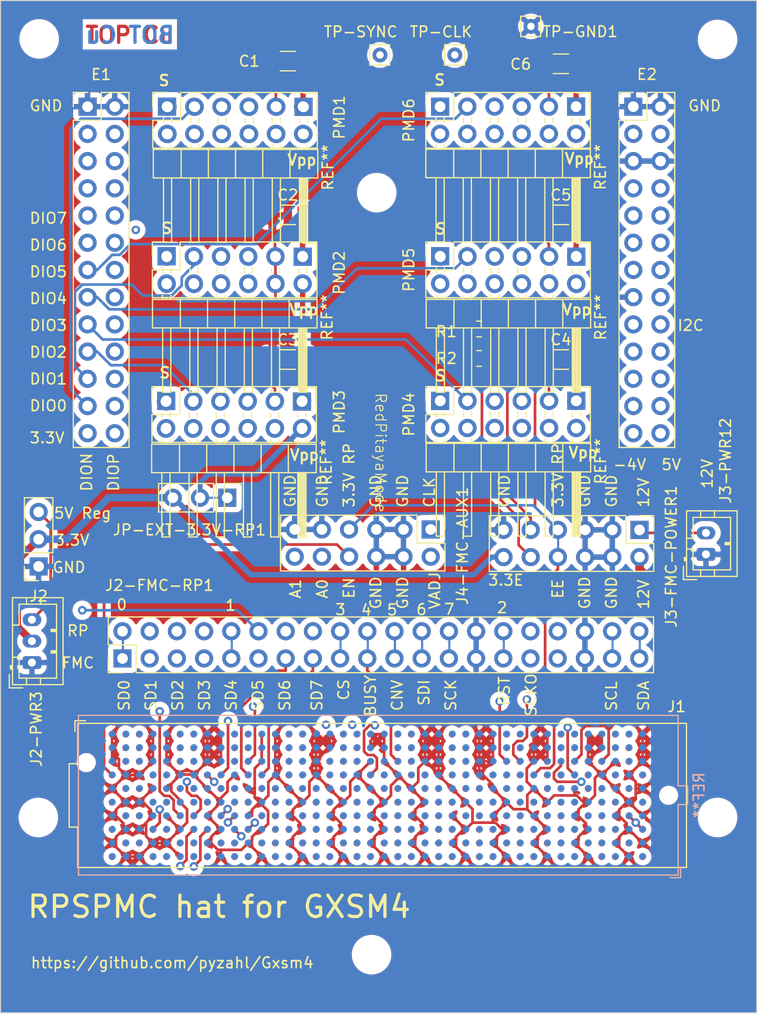
<source format=kicad_pcb>
(kicad_pcb (version 20240108) (generator "pcbnew") (generator_version "8.0")
  (layers (0 "F.Cu" signal) (1 "In1.Cu" signal) (2 "In2.Cu" signal) (31 "B.Cu" signal) (34 "B.Paste" user) (35 "F.Paste" user) (36 "B.SilkS" user "B.Silkscreen") (37 "F.SilkS" user "F.Silkscreen") (38 "B.Mask" user) (39 "F.Mask" user) (44 "Edge.Cuts" user))
  (net 0 "")
  (net 5 "SCLK PMOD")
  (net 6 "SCK FMC")
  (net 7 "SYNC PMOD")
  (net 9 "CS FMC")
  (net 10 "SDI5 PMOD")
  (net 21 "SDI FMC")
  (net 23 "SDI4 PMOD")
  (net 24 "CNV FMC")
  (net 26 "SDI3 PMOD")
  (net 27 "SDI2 PMOD")
  (net 28 "SDI1 PMOD")
  (net 29 "SDO4 FMC")
  (net 30 "SDI0 PMOD")
  (net 31 "SDO0 FMC")
  (net 64 "GND")
  (net 65 "BUSY FMC")
  (net 71 "+3.3V")
  (net 75 "EN")
  (net 80 "RESET FMC")
  (net 83 "SDO6 FMC")
  (net 84 "SDO7 FMC")
  (net 95 "SCK OUT FMC")
  (net 170 "SDO2 FMC")
  (net 171 "SDO3 FMC")
  (net 191 "CLK-ADC")
  (net 193 "SDO1 FMC")
  (net 194 "SDO5 FMC")
  (net 260 "5V USB")
  (net 261 "SDO0 PMOD")
  (net 263 "SDO1 PMOD")
  (net 268 "SCL EE")
  (net 269 "SDA EE")
  (net 270 "A0 EE")
  (net 271 "+12V FMC")
  (net 272 "AUX 3.3V EE")
  (net 273 "A1 EE")
  (net 274 "VADJ")
  (net 280 "SDO2 PMOD")
  (net 287 "SDO3 PMOD")
  (net 291 "SDO4 PMOD")
  (net 294 "SDO5 PMOD")
  (net 297 "RP 3.3V")
  (net 298 "D5P RP")
  (net 299 "D6P RP")
  (net 300 "D1P RP")
  (net 301 "D4P RP")
  (net 302 "D0P RP")
  (net 303 "D7P RP")
  (net 304 "D3P RP")
  (net 305 "D2P RP")
  (net 306 "RP -4V")
  (net 307 "RP 5V")
  (net 313 "SPI CLK RP")
  (net 314 "UART RX RP")
  (net 315 "SPI CS RP")
  (net 316 "MISO RP")
  (net 317 "UART TX RP")
  (net 318 "I2C SDA RP")
  (net 319 "I2C SCL RP")
  (net 320 "MOSI RP")
  (net 322 "EXT 3.3V DAC")
  (footprint "Resistor_SMD:R_0805_2012Metric" (layer "F.Cu") (at 158.4825 107.335)
    (property "Reference" "R2")
    (property "Value" "1k")
  )
  (footprint "Connector_PinHeader_2.54mm:PinHeader_2x13_P2.54mm_Vertical" (layer "F.Cu") (at 172.875 83.835)
    (property "Reference" "E2")
    (property "Value" "Conn_02x13_Odd_Even" (hide yes))
  )
  (footprint "MountingHole:MountingHole_3.2mm_M3" (layer "F.Cu") (at 180.7414 77.5612)
    (property "Reference" "MH4" (hide yes))
    (property "Value" "MountingHole_3.2mm_M3" (hide yes))
  )
  (footprint "Connector_PinHeader_2.54mm:PinHeader_2x06_P2.54mm_Horizontal" (layer "F.Cu") (at 167.5588 97.8446 -90)
    (property "Reference" "REF**")
    (property "Value" "PinHeader_2x06_P2.54mm_Horizontal")
  )
  (footprint "Connector_PinSocket_2.54mm:PinSocket_2x06_P2.54mm_Vertical" (layer "F.Cu") (at 154.835 97.795 90)
    (property "Reference" "PMD5")
    (property "Value" "Conn_02x06" (hide yes))
  )
  (footprint "Capacitor_SMD:C_1206_3216Metric_Pad1.33x1.80mm_HandSolder" (layer "F.Cu") (at 166.115 93.935)
    (property "Reference" "C5")
    (property "Value" "C")
  )
  (footprint "Capacitor_SMD:C_1206_3216Metric_Pad1.33x1.80mm_HandSolder" (layer "F.Cu") (at 166.115 107.435)
    (property "Reference" "C4")
    (property "Value" "C")
  )
  (footprint "MountingHole:MountingHole_3.2mm_M3" (layer "F.Cu") (at 180.7414 150.1798)
    (property "Reference" "MH3" (hide yes))
    (property "Value" "MountingHole_3.2mm_M3" (hide yes))
  )
  (footprint "Connector_PinSocket_2.54mm:PinSocket_2x06_P2.54mm_Vertical" (layer "F.Cu") (at 129.255 111.295 90)
    (property "Reference" "PMD3")
    (property "Value" "Conn_02x06" (hide yes))
  )
  (footprint "Capacitor_SMD:C_1206_3216Metric_Pad1.33x1.80mm_HandSolder" (layer "F.Cu") (at 140.615 79.585)
    (property "Reference" "C1")
    (property "Value" "C")
  )
  (footprint "Connector_PinSocket_2.54mm:PinSocket_2x06_P2.54mm_Vertical" (layer "F.Cu") (at 154.835 83.835 90)
    (property "Reference" "PMD6")
    (property "Value" "Conn_02x06" (hide yes))
  )
  (footprint "Connector_PinHeader_2.54mm:PinHeader_2x06_P2.54mm_Horizontal" (layer "F.Cu") (at 167.5588 111.2812 -90)
    (property "Reference" "REF**")
    (property "Value" "PinHeader_2x06_P2.54mm_Horizontal")
  )
  (footprint "Connector_PinHeader_2.54mm:PinHeader_2x06_P2.54mm_Horizontal" (layer "F.Cu") (at 142.0064 97.8446 -90)
    (property "Reference" "REF**")
    (property "Value" "PinHeader_2x06_P2.54mm_Horizontal")
  )
  (footprint "Models:RP" (layer "F.Cu") (at 148.7882 116.3978 -90)
    (property "Reference" "RedPitayaModel")
    (property "Value" "RP")
  )
  (footprint "Connector_PinSocket_2.54mm:PinSocket_1x03_P2.54mm_Vertical" (layer "F.Cu") (at 117.3434 126.746 180)
    (property "Reference" "J2")
    (property "Value" "Conn_01x03_Socket")
  )
  (footprint "Connector_PinHeader_2.54mm:PinHeader_2x06_P2.54mm_Vertical" (layer "F.Cu") (at 153.955 123.295 -90)
    (property "Reference" "J4-FMC-AUX1")
    (property "Value" "Conn_02x06_Odd_Even" (hide yes))
  )
  (footprint "Connector_PinHeader_2.54mm:PinHeader_1x03_P2.54mm_Vertical" (layer "F.Cu") (at 134.955 120.335 -90)
    (property "Reference" "JP-EXT-3.3V-RP1")
    (property "Value" "Jumper_3_Bridged12" (hide yes))
  )
  (footprint "Connector_PinSocket_2.54mm:PinSocket_2x06_P2.54mm_Vertical" (layer "F.Cu") (at 154.835 111.295 90)
    (property "Reference" "PMD4")
    (property "Value" "Conn_02x06_Top_Bottom" (hide yes))
  )
  (footprint "Connector_PinHeader_2.54mm:PinHeader_2x06_P2.54mm_Vertical" (layer "F.Cu") (at 173.455 123.335 -90)
    (property "Reference" "J3-FMC-POWER1")
    (property "Value" "Conn_02x06_Odd_Even" (hide yes))
  )
  (footprint "Connector_JST:JST_PH_B3B-PH-K_1x03_P2.00mm_Vertical" (layer "F.Cu") (at 116.7168 135.7206 90)
    (property "Reference" "J2-PWR3")
    (property "Value" "Conn_01x03_Pin" (hide yes))
  )
  (footprint "Connector_PinHeader_2.54mm:PinHeader_2x06_P2.54mm_Horizontal" (layer "F.Cu") (at 141.9302 111.3574 -90)
    (property "Reference" "REF**")
    (property "Value" "PinHeader_2x06_P2.54mm_Horizontal")
  )
  (footprint "MountingHole:MountingHole_3.2mm_M3" (layer "F.Cu") (at 117.3938 77.5104)
    (property "Reference" "MH6" (hide yes))
    (property "Value" "MountingHole_3.2mm_M3" (hide yes))
  )
  (footprint "Connector_PinHeader_2.54mm:PinHeader_2x06_P2.54mm_Horizontal" (layer "F.Cu") (at 167.5334 83.8238 -90)
    (property "Reference" "REF**")
    (property "Value" "PinHeader_2x06_P2.54mm_Horizontal")
  )
  (footprint "Resistor_SMD:R_0805_2012Metric" (layer "F.Cu") (at 158.4825 104.585)
    (property "Reference" "R1")
    (property "Value" "1k")
  )
  (footprint "Connector_PinHeader_2.54mm:PinHeader_2x13_P2.54mm_Vertical" (layer "F.Cu") (at 121.915 83.835)
    (property "Reference" "E1")
    (property "Value" "Conn_02x13_Odd_Even" (hide yes))
  )
  (footprint "Capacitor_SMD:C_1206_3216Metric_Pad1.33x1.80mm_HandSolder" (layer "F.Cu") (at 140.615 107.435)
    (property "Reference" "C3")
    (property "Value" "C")
  )
  (footprint "MountingHole:MountingHole_3.2mm_M3" (layer "F.Cu") (at 117.3176 150.1798)
    (property "Reference" "MH1" (hide yes))
    (property "Value" "MountingHole_3.2mm_M3" (hide yes))
  )
  (footprint "Connector_Samtec:Samtec_FMC_ASP-134486-01_10x40_P1.27mm_Vertical" (layer "F.Cu") (at 148.97 148.12)
    (property "Reference" "J1")
    (property "Value" "Samtec_ASP-134486-01")
  )
  (footprint "Connector_PinHeader_2.54mm:PinHeader_2x06_P2.54mm_Horizontal" (layer "F.Cu") (at 142.0826 83.8492 -90)
    (property "Reference" "REF**")
    (property "Value" "PinHeader_2x06_P2.54mm_Horizontal")
  )
  (footprint "Connector_PinSocket_2.54mm:PinSocket_2x06_P2.54mm_Vertical" (layer "F.Cu") (at 129.335 83.835 90)
    (property "Reference" "PMD1")
    (property "Value" "Conn_02x06_Top_Bottom" (hide yes))
  )
  (footprint "Connector_JST:JST_PH_B2B-PH-K_1x02_P2.00mm_Vertical" (layer "F.Cu") (at 179.658 125.618 90)
    (property "Reference" "J3-PWR12")
    (property "Value" "Conn_01x02_Pin" (hide yes))
  )
  (footprint "Capacitor_SMD:C_1206_3216Metric_Pad1.33x1.80mm_HandSolder" (layer "F.Cu") (at 140.615 93.935)
    (property "Reference" "C2")
    (property "Value" "C")
  )
  (footprint "Connector_PinHeader_2.54mm:PinHeader_2x20_P2.54mm_Vertical" (layer "F.Cu") (at 125.175 135.335 90)
    (property "Reference" "J2-FMC-RP1")
    (property "Value" "Conn_02x20" (hide yes))
  )
  (footprint "Connector_PinSocket_2.54mm:PinSocket_2x06_P2.54mm_Vertical" (layer "F.Cu") (at 129.295 97.795 90)
    (property "Reference" "PMD2")
    (property "Value" "Conn_02x06_Top_Bottom" (hide yes))
  )
  (footprint "MountingHole:MountingHole_3.2mm_M3" (layer "F.Cu") (at 148.4326 162.9814)
    (property "Reference" "MH2" (hide yes))
    (property "Value" "MountingHole_3.2mm_M3" (hide yes))
  )
  (footprint "MountingHole:MountingHole_3.2mm_M3" (layer "F.Cu") (at 148.915 91.8614)
    (property "Reference" "MH5" (hide yes))
    (property "Value" "MountingHole_3.2mm_M3" (hide yes))
  )
  (footprint "Connector_Pin:Pin_D0.7mm_L6.5mm_W1.8mm_FlatFork" (layer "F.Cu") (at 149.22 79.009)
    (property "Reference" "TP-SYNC")
    (property "Value" "TestPoint" (hide yes))
  )
  (footprint "Connector_Pin:Pin_D0.7mm_L6.5mm_W1.8mm_FlatFork" (layer "F.Cu") (at 156.205 79.009)
    (property "Reference" "TP-CLK")
    (property "Value" "TestPoint" (hide yes))
  )
  (footprint "Connector_Pin:Pin_D0.7mm_L6.5mm_W1.8mm_FlatFork" (layer "F.Cu") (at 163.317 76.342)
    (property "Reference" "TP-GND1")
    (property "Value" "TestPoint" (hide yes))
  )
  (footprint "Capacitor_SMD:C_1206_3216Metric_Pad1.33x1.80mm_HandSolder" (layer "F.Cu") (at 166.115 79.835)
    (property "Reference" "C6")
    (property "Value" "C")
  )
  (footprint "Connector_Samtec:Samtec_FMC_ASP-134602-01_10x40_P1.27mm_Vertical" (layer "B.Cu") (at 148.9914 148.097 90)
    (property "Reference" "REF**")
    (property "Value" "Samtec_FMC_ASP-134602-01_10x40_P1.27mm_Vertical")
  )
  (gr_line (start 160.777 133.365) (end 160.777 134.635) (stroke (width 0.2)) (layer "B.Cu"))
  (gr_line (start 148.077 133.365) (end 148.077 134.635) (stroke (width 0.2)) (layer "B.Cu"))
  (gr_line (start 165.857 123.967) (end 165.857 125.237) (stroke (width 0.2)) (layer "B.Cu"))
  (gr_line (start 173.477 133.365) (end 173.477 134.635) (stroke (width 0.2)) (layer "B.Cu"))
  (gr_line (start 150.617 133.365) (end 150.617 134.635) (stroke (width 0.2)) (layer "B.Cu"))
  (gr_line (start 125.217 133.365) (end 125.217 134.889) (stroke (width 0.2)) (layer "B.Cu"))
  (gr_line (start 135.377 133.365) (end 135.377 134.635) (stroke (width 0.2)) (layer "B.Cu"))
  (gr_line (start 170.937 133.365) (end 170.937 134.635) (stroke (width 0.2)) (layer "B.Cu"))
  (gr_line (start 145.537 133.365) (end 145.537 134.635) (stroke (width 0.2)) (layer "B.Cu"))
  (gr_line (start 155.697 133.619) (end 155.697 134.635) (stroke (width 0.2)) (layer "B.Cu"))
  (gr_line (start 153.157 133.365) (end 153.157 134.635) (stroke (width 0.2)) (layer "B.Cu"))
  (gr_line (start 133.08 120.335) (end 134.35 120.335) (stroke (width 0.2)) (layer "B.Cu"))
  (gr_rect (start 113.787 73.929) (end 184.399 168.417) (stroke (width 0.1)) (fill none) (layer "Edge.Cuts"))
  (gr_text "RPSPMC Rev 1.0.1 (GPL)\nPyZahl-Gxsm4 BNL2025" (at 182.3416 110.251 90) (layer "F.Cu") (effects (font (size 1 1) (thickness 0.25) (bold yes)) (justify left bottom)))
  (gr_text "E1" (at 117.915 87.335 0) (layer "F.Cu") (effects (font (size 1.5 1.5) (thickness 0.3))))
  (gr_text "E2" (at 179.915 87.335 0) (layer "F.Cu") (effects (font (size 1.5 1.5) (thickness 0.3))))
  (gr_text "TOP Cu" (at 125.852 77.1548 0) (layer "F.Cu") (effects (font (size 1.5 1.5) (thickness 0.3))))
  (gr_text "BOT Cu" (at 125.8774 77.1548 0) (layer "B.Cu") (effects (font (size 1.5 1.5) (thickness 0.3)) (justify mirror)))
  (gr_text "DIOP" (at 124.915 119.835 90) (layer "F.SilkS") (effects (font (size 1 1)) (justify left bottom)))
  (gr_text "DIO1" (at 116.415 109.835 0) (layer "F.SilkS") (effects (font (size 1 1)) (justify left bottom)))
  (gr_text "SCK" (at 156.415 140.335 90) (layer "F.SilkS") (effects (font (size 1 1)) (justify left bottom)))
  (gr_text "12V" (at 174.415 130.835 90) (layer "F.SilkS") (effects (font (size 1 1)) (justify left bottom)))
  (gr_text "S" (at 154.8842 95.2396 0) (layer "F.SilkS") (effects (font (size 1 1) (thickness 0.2) (bold yes))))
  (gr_text "GND" (at 151.915 130.835 90) (layer "F.SilkS") (effects (font (size 1 1)) (justify left bottom)))
  (gr_text "https://github.com/pyzahl/Gxsm4" (at 116.5302 164.3276 0) (layer "F.SilkS") (effects (font (size 1 1)) (justify left bottom)))
  (gr_text "12V" (at 174.415 121.335 90) (layer "F.SilkS") (effects (font (size 1 1)) (justify left bottom)))
  (gr_text "3" (at 144.9528 131.3584 0) (layer "F.SilkS") (effects (font (size 1 1)) (justify left bottom)))
  (gr_text "DIO4" (at 116.415 102.335 0) (layer "F.SilkS") (effects (font (size 1 1)) (justify left bottom)))
  (gr_text "GND" (at 141.415 121.335 90) (layer "F.SilkS") (effects (font (size 1 1)) (justify left bottom)))
  (gr_text "GND" (at 116.415 84.335 0) (layer "F.SilkS") (effects (font (size 1 1)) (justify left bottom)))
  (gr_text "FMC" (at 119.415 136.335 0) (layer "F.SilkS") (effects (font (size 1 1)) (justify left bottom)))
  (gr_text "CS" (at 146.415 139.335 90) (layer "F.SilkS") (effects (font (size 1 1)) (justify left bottom)))
  (gr_text "SDA" (at 174.415 140.335 90) (layer "F.SilkS") (effects (font (size 1 1)) (justify left bottom)))
  (gr_text "SCL" (at 171.415 140.335 90) (layer "F.SilkS") (effects (font (size 1 1)) (justify left bottom)))
  (gr_text "SDI" (at 153.915 139.835 90) (layer "F.SilkS") (effects (font (size 1 1)) (justify left bottom)))
  (gr_text "0" (at 124.5312 130.9012 0) (layer "F.SilkS") (effects (font (size 1 1)) (justify left bottom)))
  (gr_text "GND" (at 168.915 130.835 90) (layer "F.SilkS") (effects (font (size 1 1)) (justify left bottom)))
  (gr_text "S" (at 129.1286 108.6762 0) (layer "F.SilkS") (effects (font (size 1 1) (thickness 0.2) (bold yes))))
  (gr_text "DIO2" (at 116.415 107.335 0) (layer "F.SilkS") (effects (font (size 1 1)) (justify left bottom)))
  (gr_text "5V Reg" (at 118.6892 122.3668 0) (layer "F.SilkS") (effects (font (size 1 1)) (justify left bottom)))
  (gr_text "DIO6" (at 116.415 97.335 0) (layer "F.SilkS") (effects (font (size 1 1)) (justify left bottom)))
  (gr_text "3.3E\n" (at 159.2276 128.6152 0) (layer "F.SilkS") (effects (font (size 1 1)) (justify left bottom)))
  (gr_text "RST" (at 161.415 139.835 90) (layer "F.SilkS") (effects (font (size 1 1)) (justify left bottom)))
  (gr_text "Vpp" (at 142.1588 116.347 0) (layer "F.SilkS") (effects (font (size 1 1) (thickness 0.2) (bold yes))))
  (gr_text "SD3" (at 133.415 140.335 90) (layer "F.SilkS") (effects (font (size 1 1)) (justify left bottom)))
  (gr_text "Vpp" (at 142.108 102.7834 0) (layer "F.SilkS") (effects (font (size 1 1) (thickness 0.2) (bold yes))))
  (gr_text "I2C" (at 176.915 104.835 0) (layer "F.SilkS") (effects (font (size 1 1)) (justify left bottom)))
  (gr_text "Vpp" (at 141.9302 88.8134 0) (layer "F.SilkS") (effects (font (size 1 1) (thickness 0.2) (bold yes))))
  (gr_text "SD7" (at 143.915 140.335 90) (layer "F.SilkS") (effects (font (size 1 1)) (justify left bottom)))
  (gr_text "S" (at 154.8588 108.9556 0) (layer "F.SilkS") (effects (font (size 1 1) (thickness 0.2) (bold yes))))
  (gr_text "GND" (at 171.415 121.335 90) (layer "F.SilkS") (effects (font (size 1 1)) (justify left bottom)))
  (gr_text "12V" (at 180.3604 119.5728 90) (layer "F.SilkS") (effects (font (size 1 1)) (justify left bottom)))
  (gr_text "GND" (at 151.915 121.335 90) (layer "F.SilkS") (effects (font (size 1 1)) (justify left bottom)))
  (gr_text "CLK" (at 154.415 121.335 90) (layer "F.SilkS") (effects (font (size 1 1)) (justify left bottom)))
  (gr_text "SD4" (at 135.915 140.335 90) (layer "F.SilkS") (effects (font (size 1 1)) (justify left bottom)))
  (gr_text "GND" (at 161.415 121.335 90) (layer "F.SilkS") (effects (font (size 1 1)) (justify left bottom)))
  (gr_text "RP" (at 119.915 133.335 0) (layer "F.SilkS") (effects (font (size 1 1)) (justify left bottom)))
  (gr_text "3.3V RP" (at 146.915 121.335 90) (layer "F.SilkS") (effects (font (size 1 1)) (justify left bottom)))
  (gr_text "A0" (at 144.415 129.835 90) (layer "F.SilkS") (effects (font (size 1 1)) (justify left bottom)))
  (gr_text "3.3V" (at 118.74 124.8814 0) (layer "F.SilkS") (effects (font (size 1 1)) (justify left bottom)))
  (gr_text "-4V" (at 170.915 117.835 0) (layer "F.SilkS") (effects (font (size 1 1)) (justify left bottom)))
  (gr_text "5" (at 149.7788 131.3838 0) (layer "F.SilkS") (effects (font (size 1 1)) (justify left bottom)))
  (gr_text "Vpp" (at 167.8382 88.6864 0) (layer "F.SilkS") (effects (font (size 1 1) (thickness 0.2) (bold yes))))
  (gr_text "GND" (at 149.415 121.335 90) (layer "F.SilkS") (effects (font (size 1 1)) (justify left bottom)))
  (gr_text "4" (at 147.3658 131.4092 0) (layer "F.SilkS") (effects (font (size 1 1)) (justify left bottom)))
  (gr_text "A1" (at 141.915 129.835 90) (layer "F.SilkS") (effects (font (size 1 1)) (justify left bottom)))
  (gr_text "SD2" (at 130.915 140.335 90) (layer "F.SilkS") (effects (font (size 1 1)) (justify left bottom)))
  (gr_text "1" (at 134.6912 130.952 0) (layer "F.SilkS") (effects (font (size 1 1)) (justify left bottom)))
  (gr_text "5V" (at 175.415 117.835 0) (layer "F.SilkS") (effects (font (size 1 1)) (justify left bottom)))
  (gr_text "DIO3" (at 116.415 104.835 0) (layer "F.SilkS") (effects (font (size 1 1)) (justify left bottom)))
  (gr_text "SD6" (at 140.915 140.335 90) (layer "F.SilkS") (effects (font (size 1 1)) (justify left bottom)))
  (gr_text "GND" (at 171.415 130.835 90) (layer "F.SilkS") (effects (font (size 1 1)) (justify left bottom)))
  (gr_text "7" (at 155.1128 131.333 0) (layer "F.SilkS") (effects (font (size 1 1)) (justify left bottom)))
  (gr_text "EN" (at 146.915 129.835 90) (layer "F.SilkS") (effects (font (size 1 1)) (justify left bottom)))
  (gr_text "3.3V RP" (at 166.415 121.335 90) (layer "F.SilkS") (effects (font (size 1 1)) (justify left bottom)))
  (gr_text "S" (at 129.0524 81.3966 0) (layer "F.SilkS") (effects (font (size 1 1) (thickness 0.2) (bold yes))))
  (gr_text "DIO5" (at 116.415 99.835 0) (layer "F.SilkS") (effects (font (size 1 1)) (justify left bottom)))
  (gr_text "DION" (at 122.415 119.835 90) (layer "F.SilkS") (effects (font (size 1 1)) (justify left bottom)))
  (gr_text "3.3V" (at 116.415 115.335 0) (layer "F.SilkS") (effects (font (size 1 1)) (justify left bottom)))
  (gr_text "GND" (at 168.915 121.335 90) (layer "F.SilkS") (effects (font (size 1 1)) (justify left bottom)))
  (gr_text "GND" (at 144.415 121.335 90) (layer "F.SilkS") (effects (font (size 1 1)) (justify left bottom)))
  (gr_text "Vpp" (at 167.6096 102.7834 0) (layer "F.SilkS") (effects (font (size 1 1) (thickness 0.2) (bold yes))))
  (gr_text "GND" (at 149.415 130.835 90) (layer "F.SilkS") (effects (font (size 1 1)) (justify left bottom)))
  (gr_text "CNV" (at 151.415 140.335 90) (layer "F.SilkS") (effects (font (size 1 1)) (justify left bottom)))
  (gr_text "GND" (at 177.915 84.335 0) (layer "F.SilkS") (effects (font (size 1 1)) (justify left bottom)))
  (gr_text "6" (at 152.522 131.3584 0) (layer "F.SilkS") (effects (font (size 1 1)) (justify left bottom)))
  (gr_text "DIO0" (at 116.415 112.335 0) (layer "F.SilkS") (effects (font (size 1 1)) (justify left bottom)))
  (gr_text "GND" (at 118.5622 127.4214 0) (layer "F.SilkS") (effects (font (size 1 1)) (justify left bottom)))
  (gr_text "SD0" (at 125.915 140.335 90) (layer "F.SilkS") (effects (font (size 1 1)) (justify left bottom)))
  (gr_text "SD5" (at 138.415 140.335 90) (layer "F.SilkS") (effects (font (size 1 1)) (justify left bottom)))
  (gr_text "SD1" (at 128.415 140.335 90) (layer "F.SilkS") (effects (font (size 1 1)) (justify left bottom)))
  (gr_text "Vpp" (at 168.1938 116.1184 0) (layer "F.SilkS") (effects (font (size 1 1) (thickness 0.2) (bold yes))))
  (gr_text "DIO7" (at 116.415 94.835 0) (layer "F.SilkS") (effects (font (size 1 1)) (justify left bottom)))
  (gr_text "S" (at 154.7826 81.3458 0) (layer "F.SilkS") (effects (font (size 1 1) (thickness 0.2) (bold yes))))
  (gr_text "VADJ" (at 154.915 130.835 90) (layer "F.SilkS") (effects (font (size 1 1)) (justify left bottom)))
  (gr_text "EE" (at 166.415 129.835 90) (layer "F.SilkS") (effects (font (size 1 1)) (justify left bottom)))
  (gr_text "2" (at 160.0404 131.1806 0) (layer "F.SilkS") (effects (font (size 1 1)) (justify left bottom)))
  (gr_text "BUSY" (at 148.915 140.835 90) (layer "F.SilkS") (effects (font (size 1 1)) (justify left bottom)))
  (gr_text "S" (at 129.3064 95.1888 0) (layer "F.SilkS") (effects (font (size 1 1) (thickness 0.2) (bold yes))))
  (gr_text "RPSPMC hat for GXSM4" (at 116.1492 159.6794 0) (layer "F.SilkS") (effects (font (size 2 2) (thickness 0.3)) (justify left bottom)))
  (gr_text "SCKO" (at 163.915 140.835 90) (layer "F.SilkS") (effects (font (size 1 1)) (justify left bottom)))
  (segment (start 130.555 150.025) (end 129.955 149.425) (width 0.25) (layer "F.Cu") (net 6))
  (segment (start 129.955 148.562) (end 129.554 148.161) (width 0.25) (layer "F.Cu") (net 6))
  (segment (start 129.955 149.425) (end 129.955 148.562) (width 0.25) (layer "F.Cu") (net 6))
  (segment (start 129.081 148.161) (end 128.651 147.731) (width 0.25) (layer "F.Cu") (net 6))
  (segment (start 128.651 147.731) (end 128.651 140.268) (width 0.25) (layer "F.Cu") (net 6))
  (segment (start 129.554 148.161) (end 129.081 148.161) (width 0.25) (layer "F.Cu") (net 6))
  (via (at 128.651 140.268) (size 0.8) (drill 0.4) (layers "F.Cu" "B.Cu") (net 6))
  (segment (start 131.825 150.025) (end 132.475 149.375) (width 0.25) (layer "F.Cu") (net 9))
  (segment (start 132.475 149.375) (end 132.475 148.526) (width 0.25) (layer "F.Cu") (net 9))
  (segment (start 132.107 148.157) (end 131.618 148.157) (width 0.25) (layer "F.Cu") (net 9))
  (segment (start 131.618 148.157) (end 131.188 147.728) (width 0.25) (layer "F.Cu") (net 9))
  (segment (start 131.188 147.728) (end 131.188 146.848) (width 0.25) (layer "F.Cu") (net 9))
  (segment (start 132.475 148.526) (end 132.107 148.157) (width 0.25) (layer "F.Cu") (net 9))
  (via (at 131.188 146.848) (size 0.8) (drill 0.4) (layers "F.Cu" "B.Cu") (net 9))
  (segment (start 124.923 97.6641) (end 124.221 97.6641) (width 0.25) (layer "B.Cu") (net 10))
  (segment (start 124.221 97.6641) (end 122.8101 99.075) (width 0.25) (layer "B.Cu") (net 10))
  (segment (start 125.921 96.6659) (end 124.923 97.6641) (width 0.25) (layer "B.Cu") (net 10))
  (segment (start 137.644 96.6659) (end 125.921 96.6659) (width 0.25) (layer "B.Cu") (net 10))
  (segment (start 122.8101 99.075) (end 121.915 99.075) (width 0.25) (layer "B.Cu") (net 10))
  (segment (start 157.375 83.835) (end 156.2459 84.9641) (width 0.25) (layer "B.Cu") (net 10))
  (segment (start 156.2459 84.9641) (end 149.346 84.9641) (width 0.25) (layer "B.Cu") (net 10))
  (segment (start 149.346 84.9641) (end 137.644 96.6659) (width 0.25) (layer "B.Cu") (net 10))
  (segment (start 137.54 139.999) (end 137.366 139.825) (width 0.25) (layer "F.Cu") (net 21))
  (segment (start 136.905 144.945) (end 137.54 144.31) (width 0.25) (layer "F.Cu") (net 21))
  (segment (start 137.54 144.31) (end 137.54 139.999) (width 0.25) (layer "F.Cu") (net 21))
  (via (at 137.366 139.825) (size 0.8) (drill 0.4) (layers "F.Cu" "B.Cu") (net 21))
  (segment (start 156.2459 98.9241) (end 147.0639 98.9241) (width 0.25) (layer "B.Cu") (net 23))
  (segment (start 123.939 102.744) (end 122.81 101.615) (width 0.25) (layer "B.Cu") (net 23))
  (segment (start 143.244 102.744) (end 123.939 102.744) (width 0.25) (layer "B.Cu") (net 23))
  (segment (start 157.375 97.795) (end 156.2459 98.9241) (width 0.25) (layer "B.Cu") (net 23))
  (segment (start 147.0639 98.9241) (end 143.244 102.744) (width 0.25) (layer "B.Cu") (net 23))
  (segment (start 122.81 101.615) (end 121.915 101.615) (width 0.25) (layer "B.Cu") (net 23))
  (segment (start 133.095 146.215) (end 133.107 146.215) (width 0.25) (layer "F.Cu") (net 24))
  (segment (start 133.107 146.215) (end 133.739 146.848) (width 0.25) (layer "F.Cu") (net 24))
  (via (at 133.739 146.848) (size 0.8) (drill 0.4) (layers "F.Cu" "B.Cu") (net 24))
  (segment (start 157.375 111.295) (end 151.646 105.566) (width 0.25) (layer "B.Cu") (net 26))
  (segment (start 123.326 105.566) (end 121.915 104.155) (width 0.25) (layer "B.Cu") (net 26))
  (segment (start 151.646 105.566) (end 123.326 105.566) (width 0.25) (layer "B.Cu") (net 26))
  (segment (start 129.045 107.965) (end 124.08 107.965) (width 0.25) (layer "B.Cu") (net 27))
  (segment (start 124.08 107.965) (end 122.81 106.695) (width 0.25) (layer "B.Cu") (net 27))
  (segment (start 131.795 110.715) (end 129.045 107.965) (width 0.25) (layer "B.Cu") (net 27))
  (segment (start 131.795 111.295) (end 131.795 110.715) (width 0.25) (layer "B.Cu") (net 27))
  (segment (start 122.81 106.695) (end 121.915 106.695) (width 0.25) (layer "B.Cu") (net 27))
  (segment (start 130.706 100.521) (end 129.763 101.464) (width 0.25) (layer "B.Cu") (net 28))
  (segment (start 120.733 101.13) (end 120.733 108.053) (width 0.25) (layer "B.Cu") (net 28))
  (segment (start 130.706 99.7708) (end 130.706 100.521) (width 0.25) (layer "B.Cu") (net 28))
  (segment (start 129.763 101.464) (end 127.085 101.464) (width 0.25) (layer "B.Cu") (net 28))
  (segment (start 121.425 100.438) (end 120.733 101.13) (width 0.25) (layer "B.Cu") (net 28))
  (segment (start 127.085 101.464) (end 126.059 100.438) (width 0.25) (layer "B.Cu") (net 28))
  (segment (start 126.059 100.438) (end 121.425 100.438) (width 0.25) (layer "B.Cu") (net 28))
  (segment (start 131.835 97.795) (end 131.835 98.6418) (width 0.25) (layer "B.Cu") (net 28))
  (segment (start 131.835 98.6418) (end 130.706 99.7708) (width 0.25) (layer "B.Cu") (net 28))
  (segment (start 120.733 108.053) (end 121.915 109.235) (width 0.25) (layer "B.Cu") (net 28))
  (segment (start 135.635 151.295) (end 136.27 151.93) (width 0.25) (layer "F.Cu") (net 29))
  (via (at 136.27 151.93) (size 0.8) (drill 0.4) (layers "F.Cu" "B.Cu") (net 29))
  (segment (start 120.330599 110.190599) (end 121.915 111.775) (width 0.25) (layer "B.Cu") (net 30))
  (segment (start 121.2876 84.9624) (end 120.330599 85.919401) (width 0.25) (layer "B.Cu") (net 30))
  (segment (start 120.330599 85.919401) (end 120.330599 110.190599) (width 0.25) (layer "B.Cu") (net 30))
  (segment (start 131.875 83.835) (end 130.7476 84.9624) (width 0.25) (layer "B.Cu") (net 30))
  (segment (start 130.7476 84.9624) (end 121.2876 84.9624) (width 0.25) (layer "B.Cu") (net 30))
  (segment (start 131.158 151.962) (end 131.158 154.129) (width 0.25) (layer "F.Cu") (net 31))
  (segment (start 131.825 151.295) (end 131.158 151.962) (width 0.25) (layer "F.Cu") (net 31))
  (segment (start 131.158 154.129) (end 130.573 154.713) (width 0.25) (layer "F.Cu") (net 31))
  (via (at 130.573 154.713) (size 0.8) (drill 0.4) (layers "F.Cu" "B.Cu") (net 31))
  (segment (start 162.976 149.405) (end 161.68 149.405) (width 0.25) (layer "F.Cu") (net 64))
  (segment (start 153.415 143.04) (end 153.415 142.405) (width 0.25) (layer "F.Cu") (net 64))
  (segment (start 148.69 150.025) (end 148.33 150.025) (width 0.25) (layer "F.Cu") (net 64))
  (segment (start 129.498 152.778) (end 129.498 152.777) (width 0.25) (layer "F.Cu") (net 64))
  (segment (start 153.415 144.945) (end 153.415 143.675) (width 0.25) (layer "F.Cu") (net 64))
  (segment (start 168.655 148.76) (end 169.29 148.125) (width 0.25) (layer "F.Cu") (net 64))
  (segment (start 168.338 148.864) (end 168.443 148.76) (width 0.25) (layer "F.Cu") (net 64))
  (segment (start 168.655 144.945) (end 169.748 146.038) (width 0.25) (layer "F.Cu") (net 64))
  (segment (start 139.445 143.675) (end 139.445 142.405) (width 0.25) (layer "F.Cu") (net 64))
  (segment (start 138.175 144.945) (end 138.175 143.675) (width 0.25) (layer "F.Cu") (net 64))
  (segment (start 134.085 153.2) (end 134.365 153.2) (width 0.25) (layer "F.Cu") (net 64))
  (segment (start 153.203 150.728) (end 152.5 150.025) (width 0.25) (layer "F.Cu") (net 64))
  (segment (start 154.685 143.675) (end 154.685 143.04) (width 0.25) (layer "F.Cu") (net 64))
  (segment (start 124.205 143.675) (end 124.205 142.405) (width 0.25) (layer "F.Cu") (net 64))
  (segment (start 143.255 146.215) (end 143.255 144.945) (width 0.25) (layer "F.Cu") (net 64))
  (segment (start 173.735 144.945) (end 173.735 143.675) (width 0.25) (layer "F.Cu") (net 64))
  (segment (start 124.84 145.58) (end 125.475 146.215) (width 0.25) (layer "F.Cu") (net 64))
  (segment (start 134.365 153.835) (end 134.365 153.2) (width 0.25) (layer "F.Cu") (net 64))
  (segment (start 160.73 151.387) (end 160.823 151.295) (width 0.25) (layer "F.Cu") (net 64))
  (segment (start 146.439 146.841) (end 147.065 146.215) (width 0.25) (layer "F.Cu") (net 64))
  (segment (start 137.9628 148.7602) (end 137.26 149.463) (width 0.25) (layer "F.Cu") (net 64))
  (segment (start 124.84 144.721) (end 124.84 145.58) (width 0.25) (layer "F.Cu") (net 64))
  (segment (start 164.845 143.675) (end 164.845 142.405) (width 0.25) (layer "F.Cu") (net 64))
  (segment (start 130.555 148.76) (end 130.555 148.564) (width 0.25) (layer "F.Cu") (net 64))
  (segment (start 152.795 145.565) (end 152.795 146.83) (width 0.25) (layer "F.Cu") (net 64))
  (segment (start 133.098 150.028) (end 133.095 150.025) (width 0.25) (layer "F.Cu") (net 64))
  (segment (start 167.385 148.12) (end 167.385 147.48) (width 0.25) (layer "F.Cu") (net 64))
  (segment (start 160.12 152.565) (end 159.765 152.565) (width 0.25) (layer "F.Cu") (net 64))
  (segment (start 144.88 149.463) (end 145.583 148.76) (width 0.25) (layer "F.Cu") (net 64))
  (segment (start 129.733 147.48) (end 129.733 147.037) (width 0.25) (layer "F.Cu") (net 64))
  (segment (start 150.242 147.205) (end 150.242 148.128) (width 0.25) (layer "F.Cu") (net 64))
  (segment (start 134.167 148.552) (end 133.095 147.48) (width 0.25) (layer "F.Cu") (net 64))
  (segment (start 141.773 151.295) (end 141.773 150.728) (width 0.25) (layer "F.Cu") (net 64))
  (segment (start 169.925 143.04) (end 169.925 142.405) (width 0.25) (layer "F.Cu") (net 64))
  (segment (start 139.052 109.803) (end 139.052 107.435) (width 0.25) (layer "F.Cu") (net 64))
  (segment (start 133.095 143.675) (end 133.095 142.405) (width 0.25) (layer "F.Cu") (net 64))
  (segment (start 148.69 149.463) (end 149.393 148.76) (width 0.25) (layer "F.Cu") (net 64))
  (segment (start 139.45 146.215) (end 139.445 146.215) (width 0.25) (layer "F.Cu") (net 64))
  (segment (start 143.255 143.675) (end 143.255 143.04) (width 0.25) (layer "F.Cu") (net 64))
  (segment (start 134.153 151.083) (end 133.098 150.028) (width 0.25) (layer "F.Cu") (net 64))
  (segment (start 145.583 148.76) (end 145.583 148.538) (width 0.25) (layer "F.Cu") (net 64))
  (segment (start 151.056 146.391) (end 149.61 144.945) (width 0.25) (layer "F.Cu") (net 64))
  (segment (start 154.685 146.215) (end 154.685 144.945) (width 0.25) (layer "F.Cu") (net 64))
  (segment (start 168.443 150.728) (end 167.74 150.025) (width 0.25) (layer "F.Cu") (net 64))
  (segment (start 137.26 150.025) (end 137.26 149.463) (width 0.25) (layer "F.Cu") (net 64))
  (segment (start 164.5525 77.5775) (end 164.5525 79.835) (width 0.25) (layer "F.Cu") (net 64))
  (segment (start 133.095 147.48) (end 131.83 146.215) (width 0.25) (layer "F.Cu") (net 64))
  (segment (start 151.054 146.394) (end 150.875 146.215) (width 0.25) (layer "F.Cu") (net 64))
  (segment (start 164.995 80.2775) (end 164.995 83.835) (width 0.25) (layer "F.Cu") (net 64))
  (segment (start 163.575 147.48) (end 162.976 148.079) (width 0.25) (layer "F.Cu") (net 64))
  (segment (start 139.445 144.945) (end 139.445 146.215) (width 0.25) (layer "F.Cu") (net 64))
  (segment (start 137.26 150.025) (end 136.905 150.025) (width 0.25) (layer "F.Cu") (net 64))
  (segment (start 141.773 148.538) (end 140.715 147.48) (width 0.25) (layer "F.Cu") (net 64))
  (segment (start 164.633 151.083) (end 163.575 150.025) (width 0.25) (layer "F.Cu") (net 64))
  (segment (start 141.07 152.565) (end 140.715 152.565) (width 0.25) (layer "F.Cu") (net 64))
  (segment (start 129.498 152.777) (end 129.497 152.777) (width 0.25) (layer "F.Cu") (net 64))
  (segment (start 144.525 143.04) (end 144.525 142.405) (width 0.25) (layer "F.Cu") (net 64))
  (segment (start 167.74 152.92) (end 167.74 152.565) (width 0.25) (layer "F.Cu") (net 64))
  (segment (start 129.883 150.623) (end 130.555 151.295) (width 0.25) (layer "F.Cu") (net 64))
  (segment (start 144.88 150.025) (end 144.88 149.463) (width 0.25) (layer "F.Cu") (net 64))
  (segment (start 139.455 98.4499) (end 139.455 97.795) (width 0.25) (layer "F.Cu") (net 64))
  (segment (start 149.61 143.675) (end 149.61 144.945) (width 0.25) (layer "F.Cu") (net 64))
  (segment (start 164.21 143.04) (end 164.845 142.405) (width 0.25) (layer "F.Cu") (net 64))
  (segment (start 160.73 151.387) (end 160.003 150.66) (width 0.25) (layer "F.Cu") (net 64))
  (segment (start 164.845 144.945) (end 164.845 143.675) (width 0.25) (layer "F.Cu") (net 64))
  (segment (start 158.195 135.335) (end 158.195 142.105) (width 0.25) (layer "F.Cu") (net 64))
  (segment (start 157.86 149.395) (end 157.225 148.76) (width 0.25) (layer "F.Cu") (net 64))
  (segment (start 169.29 148.125) (end 169.29 146.495) (width 0.25) (layer "F.Cu") (net 64))
  (segment (start 134.365 143.675) (end 134.365 143.04) (width 0.25) (layer "F.Cu") (net 64))
  (segment (start 134.365 148.76) (end 134.365 148.75) (width 0.25) (layer "F.Cu") (net 64))
  (segment (start 156.31 152.565) (end 155.955 152.565) (width 0.25) (layer "F.Cu") (net 64))
  (segment (start 164.995 111.295) (end 164.995 107.8775) (width 0.25) (layer "F.Cu") (net 64))
  (segment (start 158.495 145.86) (end 159.765 147.13) (width 0.25) (layer "F.Cu") (net 64))
  (segment (start 141.07 151.998) (end 141.773 151.295) (width 0.25) (layer "F.Cu") (net 64))
  (segment (start 153.203 151.295) (end 153.415 151.295) (width 0.25) (layer "F.Cu") (net 64))
  (segment (start 164.5525 79.835) (end 164.995 80.2775) (width 0.25) (layer "F.Cu") (net 64))
  (segment (start 131.83 146.215) (end 131.825 146.215) (width 0.25) (layer "F.Cu") (net 64))
  (segment (start 149.61 142.405) (end 149.61 143.675) (width 0.25) (layer "F.Cu") (net 64))
  (segment (start 139.415 98.4099) (end 139.415 94.2975) (width 0.25) (layer "F.Cu") (net 64))
  (segment (start 144.525 143.04) (end 143.255 143.04) (width 0.25) (layer "F.Cu") (net 64))
  (segment (start 124.208 147.482) (end 125.475 146.215) (width 0.25) (layer "F.Cu") (net 64))
  (segment (start 134.365 144.945) (end 134.365 143.675) (width 0.25) (layer "F.Cu") (net 64))
  (segment (start 139.455 100.335) (end 139.455 98.4499) (width 0.25) (layer "F.Cu") (net 64))
  (segment (start 139.415 111.295) (end 139.415 110.166) (width 0.25) (layer "F.Cu") (net 64))
  (segment (start 145.795 153.835) (end 144.88 152.92) (width 0.25) (layer "F.Cu") (net 64))
  (segment (start 125.263 148.76) (end 125.263 148.538) (width 0.25) (layer "F.Cu") (net 64))
  (segment (start 134.985 146.865) (end 135.635 146.215) (width 0.25) (layer "F.Cu") (net 64))
  (segment (start 161.035 148.76) (end 159.765 147.49) (width 0.25) (layer "F.Cu") (net 64))
  (segment (start 130.602 146.168) (end 130.555 146.215) (width 0.25) (layer "F.Cu") (net 64))
  (segment (start 127.1 148.395) (end 128.015 147.48) (width 0.25) (layer "F.Cu") (net 64))
  (segment (start 147.417 146.567) (end 147.065 146.215) (width 0.25) (layer "F.Cu") (net 64))
  (segment (start 141.07 152.565) (end 141.07 151.998) (width 0.25) (layer "F.Cu") (net 64))
  (segment (start 134.153 151.295) (end 134.153 151.083) (width 0.25) (layer "F.Cu") (net 64))
  (segment (start 171.55 152.565) (end 171.55 151.998) (width 0.25) (layer "F.Cu") (net 64))
  (segment (start 127.831 150.209) (end 128.015 150.025) (width 0.25) (layer "F.Cu") (net 64))
  (segment (start 164.845 148.76) (end 163.575 147.49) (width 0.25) (layer "F.Cu") (net 64))
  (segment (start 124.56 149.463) (end 125.263 148.76) (width 0.25) (layer "F.Cu") (net 64))
  (segment (start 139.052 107.435) (end 139.0523 107.4347) (width 0.25) (layer "F.Cu") (net 64))
  (segment (start 128.015 143.675) (end 128.015 144.945) (width 0.25) (layer "F.Cu") (net 64))
  (segment (start 127.831 149.491) (end 127.1 148.76) (width 0.25) (layer "F.Cu") (net 64))
  (segment (start 145.583 151.295) (end 145.583 150.728) (width 0.25) (layer "F.Cu") (net 64))
  (segment (start 129.882 150.622) (end 129.883 150.622) (width 0.25) (layer "F.Cu") (net 64))
  (segment (start 141.985 153.835) (end 141.07 152.92) (width 0.25) (layer "F.Cu") (net 64))
  (segment (start 167.74 149.463) (end 168.338 148.864) (width 0.25) (layer "F.Cu") (net 64))
  (segment (start 137.26 152.92) (end 137.26 152.565) (width 0.25) (layer "F.Cu") (net 64))
  (segment (start 157.013 151.295) (end 157.225 151.295) (width 0.25) (layer "F.Cu") (net 64))
  (segment (start 138.795 146.865) (end 139.445 146.215) (width 0.25) (layer "F.Cu") (net 64))
  (segment (start 148.33 147.48) (end 147.417 146.567) (width 0.25) (layer "F.Cu") (net 64))
  (segment (start 127.38 150.66) (end 127.831 150.209) (width 0.25) (layer "F.Cu") (net 64))
  (segment (start 159.765 147.13) (end 159.765 147.48) (width 0.25) (layer "F.Cu") (net 64))
  (segment (start 126.745 146.215) (end 128.015 144.945) (width 0.25) (layer "F.Cu") (net 64))
  (segment (start 173.735 150.025) (end 172.822 149.112) (width 0.25) (layer "F.Cu") (net 64))
  (segment (start 172.253 148.538) (end 171.195 147.48) (width 0.25) (layer "F.Cu") (net 64))
  (segment (start 172.253 151.295) (end 172.465 151.295) (width 0.25) (layer "F.Cu") (net 64))
  (segment (start 167.385 148.12) (end 165.485 148.12) (width 0.25) (layer "F.Cu") (net 64))
  (segment (start 125.263 150.728) (end 124.56 150.025) (width 0.25) (layer "F.Cu") (net 64))
  (segment (start 133.45 151.998) (end 134.153 151.295) (width 0.25) (layer "F.Cu") (net 64))
  (segment (start 153.203 148.538) (end 152.145 147.48) (width 0.25) (layer "F.Cu") (net 64))
  (segment (start 153.415 143.675) (end 153.415 143.04) (width 0.25) (layer "F.Cu") (net 64))
  (segment (start 164.995 96.6659) (end 164.915 96.5859) (width 0.25) (layer "F.Cu") (net 64))
  (segment (start 149.393 151.295) (end 149.61 151.295) (width 0.25) (layer "F.Cu") (net 64))
  (segment (start 129.883 150.622) (end 129.883 150.623) (width 0.25) (layer "F.Cu") (net 64))
  (segment (start 144.88 152.565) (end 144.525 152.565) (width 0.25) (layer "F.Cu") (net 64))
  (segment (start 168.655 142.405) (end 168.655 143.04) (width 0.25) (layer "F.Cu") (net 64))
  (segment (start 148.33 143.045) (end 148.33 143.675) (width 0.25) (layer "F.Cu") (net 64))
  (segment (start 158.495 145.86) (end 158.495 144.945) (width 0.25) (layer "F.Cu") (net 64))
  (segment (start 167.74 150.025) (end 167.385 150.025) (width 0.25) (layer "F.Cu") (net 64))
  (segment (start 169.29 146.495) (end 169.748 146.038) (width 0.25) (layer "F.Cu") (net 64))
  (segment (start 148.695 151.993) (end 149.393 151.295) (width 0.25) (layer "F.Cu") (net 64))
  (segment (start 133.095 144.95) (end 131.83 146.215) (width 0.25) (layer "F.Cu") (net 64))
  (segment (start 144.88 152.92) (end 144.88 152.565) (width 0.25) (layer "F.Cu") (net 64))
  (segment (start 169.748 146.038) (end 170.102 146.038) (width 0.25) (layer "F.Cu") (net 64))
  (segment (start 129.285 152.565) (end 130.555 151.295) (width 0.25) (layer "F.Cu") (net 64))
  (segment (start 164.845 153.835) (end 163.93 152.92) (width 0.25) (layer "F.Cu") (net 64))
  (segment (start 142.625 148.12) (end 141.985 148.76) (width 0.25) (layer "F.Cu") (net 64))
  (segment (start 130.555 148.564) (end 129.733 147.742) (width 0.25) (layer "F.Cu") (net 64))
  (segment (start 163.93 152.565) (end 163.575 152.565) (width 0.25) (layer "F.Cu") (net 64))
  (segment (start 158.195 142.105) (end 158.495 142.405) (width 0.25) (layer "F.Cu") (net 64))
  (segment (start 152.5 152.565) (end 152.145 152.565) (width 0.25) (layer "F.Cu") (net 64))
  (segment (start 129.733 147.037) (end 130.555 146.215) (width 0.25) (layer "F.Cu") (net 64))
  (segment (start 144.525 147.48) (end 143.26 146.215) (width 0.25) (layer "F.Cu") (net 64))
  (segment (start 151.054 146.394) (end 150.242 147.205) (width 0.25) (layer "F.Cu") (net 64))
  (segment (start 134.985 147.735) (end 134.985 146.865) (width 0.25) (layer "F.Cu") (net 64))
  (segment (start 139.0523 107.4347) (end 139.455 107.032) (width 0.25) (layer "F.Cu") (net 64))
  (segment (start 137.963 151.295) (end 138.175 151.295) (width 0.25) (layer "F.Cu") (net 64))
  (segment (start 148.695 152.92) (end 148.695 152.565) (width 0.25) (layer "F.Cu") (net 64))
  (segment (start 125.263 151.295) (end 125.263 150.728) (width 0.25) (layer "F.Cu") (net 64))
  (segment (start 158.495 144.945) (end 158.495 143.675) (width 0.25) (layer "F.Cu") (net 64))
  (segment (start 143.255 144.945) (end 143.255 143.675) (width 0.25) (layer "F.Cu") (net 64))
  (segment (start 163.93 151.998) (end 164.633 151.295) (width 0.25) (layer "F.Cu") (net 64))
  (segment (start 162.976 149.405) (end 162.976 149.426) (width 0.25) (layer "F.Cu") (net 64))
  (segment (start 145.583 150.728) (end 144.88 150.025) (width 0.25) (layer "F.Cu") (net 64))
  (segment (start 145.583 148.76) (end 145.795 148.76) (width 0.25) (layer "F.Cu") (net 64))
  (segment (start 149.61 153.835) (end 148.695 152.92) (width 0.25) (layer "F.Cu") (net 64))
  (segment (start 137.521 147.48) (end 136.905 147.48) (width 0.25) (layer "F.Cu") (net 64))
  (segment (start 129.285 144.945) (end 130.555 146.215) (width 0.25) (layer "F.Cu") (net 64))
  (segment (start 147.417 145.858) (end 148.33 144.945) (width 0.25) (layer "F.Cu") (net 64))
  (segment (start 168.443 148.76) (end 168.655 148.76) (width 0.25) (layer "F.Cu") (net 64))
  (segment (start 158.495 146.215) (end 158.495 145.86) (width 0.25) (layer "F.Cu") (net 64))
  (segment (start 152.5 150.025) (end 152.5 149.463) (width 0.25) (layer "F.Cu") (net 64))
  (segment (start 125.263 148.538) (end 124.208 147.482) (width 0.25) (layer "F.Cu") (net 64))
  (segment (start 126.745 151.295) (end 127.38 150.66) (width 0.25) (layer "F.Cu") (net 64))
  (segment (start 134.365 143.04) (end 133.73 143.04) (width 0.25) (layer "F.Cu") (net 64))
  (segment (start 173.735 152.565) (end 172.465 151.295) (width 0.25) (layer "F.Cu") (net 64))
  (segment (start 131.205 149.41) (end 130.555 148.76) (width 0.25) (layer "F.Cu") (net 64))
  (segment (start 126.745 153.835) (end 125.475 153.835) (width 0.25) (layer "F.Cu") (net 64))
  (segment (start 149.393 148.543) (end 148.33 147.48) (width 0.25) (layer "F.Cu") (net 64))
  (segment (start 152.145 147.48) (end 151.056 146.391) (width 0.25) (layer "F.Cu") (net 64))
  (segment (start 144.525 143.675) (end 144.525 143.04) (width 0.25) (layer "F.Cu") (net 64))
  (segment (start 133.45 152.565) (end 133.095 152.565) (width 0.25) (layer "F.Cu") (net 64))
  (segment (start 152.5 149.463) (end 153.203 148.76) (width 0.25) (layer "F.Cu") (net 64))
  (segment (start 168.655 143.04) (end 169.925 143.04) (width 0.25) (layer "F.Cu") (net 64))
  (segment (start 124.56 152.565) (end 124.56 151.998) (width 0.25) (layer "F.Cu") (net 64))
  (segment (start 139.0525 79.585) (end 139.495 80.0275) (width 0.25) (layer "F.Cu") (net 64))
  (segment (start 171.55 151.998) (end 172.253 151.295) (width 0.25) (layer "F.Cu") (net 64))
  (segment (start 161.035 148.76) (end 159.77 150.025) (width 0.25) (layer "F.Cu") (net 64))
  (segment (start 144.88 152.565) (end 144.88 151.998) (width 0.25) (layer "F.Cu") (net 64))
  (segment (start 171.55 150.025) (end 171.55 149.463) (width 0.25) (layer "F.Cu") (net 64))
  (segment (start 139.0523 107.4348) (end 139.0523 107.4347) (width 0.25) (layer "F.Cu") (net 64))
  (segment (start 127.38 151.93) (end 128.015 152.565) (width 0.25) (layer "F.Cu") (net 64))
  (segment (start 148.97 142.405) (end 149.61 142.405) (width 0.25) (layer "F.Cu") (net 64))
  (segment (start 148.33 142.405) (end 148.97 142.405) (width 0.25) (layer "F.Cu") (net 64))
  (segment (start 124.205 144.31) (end 124.429 144.31) (width 0.25) (layer "F.Cu") (net 64))
  (segment (start 154.685 143.04) (end 153.415 143.04) (width 0.25) (layer "F.Cu") (net 64))
  (segment (start 152.5 152.92) (end 152.5 152.565) (width 0.25) (layer "F.Cu") (net 64))
  (segment (start 139.415 110.166) (end 139.052 109.803) (width 0.25) (layer "F.Cu") (net 64))
  (segment (start 155.95 147.48) (end 154.685 146.215) (width 0.25) (layer "F.Cu") (net 64))
  (segment (start 172.253 148.76) (end 172.253 148.538) (width 0.25) (layer "F.Cu") (net 64))
  (segment (start 167.74 150.025) (end 167.74 149.463) (width 0.25) (layer "F.Cu") (net 64))
  (segment (start 124.56 150.025) (end 124.205 150.025) (width 0.25) (layer "F.Cu") (net 64))
  (segment (start 137.963 148.76) (end 138.175 148.76) (width 0.25) (layer "F.Cu") (net 64))
  (segment (start 157.225 153.835) (end 156.31 152.92) (width 0.25) (layer "F.Cu") (net 64))
  (segment (start 163.575 143.675) (end 163.575 144.945) (width 0.25) (layer "F.Cu") (net 64))
  (segment (start 151.056 146.391) (end 151.054 146.394) (width 0.25) (layer "F.Cu") (net 64))
  (segment (start 140.715 147.48) (end 139.45 146.215) (width 0.25) (layer "F.Cu") (net 64))
  (segment (start 160.12 152.92) (end 160.12 152.565) (width 0.25) (layer "F.Cu") (net 64))
  (segment (start 173.1 148.482) (end 172.822 148.76) (width 0.25) (layer "F.Cu") (net 64))
  (segment (start 137.26 152.565) (end 136.905 152.565) (width 0.25) (layer "F.Cu") (net 64))
  (segment (start 159.765 150.66) (end 159.765 150.025) (width 0.25) (layer "F.Cu") (net 64))
  (segment (start 125.475 146.215) (end 126.745 146.215) (width 0.25) (layer "F.Cu") (net 64))
  (segment (start 155.955 147.48) (end 155.95 147.48) (width 0.25) (layer "F.Cu") (net 64))
  (segment (start 137.963 148.76) (end 137.521 148.319) (width 0.25) (layer "F.Cu") (net 64))
  (segment (start 127.38 150.66) (end 127.38 151.93) (width 0.25) (layer "F.Cu") (net 64))
  (segment (start 173.735 143.675) (end 173.735 142.405) (width 0.25) (layer "F.Cu") (net 64))
  (segment (start 124.205 144.31) (end 124.205 143.675) (width 0.25) (layer "F.Cu") (net 64))
  (segment (start 163.93 152.565) (end 163.93 151.998) (width 0.25) (layer "F.Cu") (net 64))
  (segment (start 129.733 147.48) (end 129.285 147.48) (width 0.25) (layer "F.Cu") (net 64))
  (segment (start 160.12 151.998) (end 160.73 151.387) (width 0.25) (layer "F.Cu") (net 64))
  (segment (start 172.253 148.76) (end 172.465 148.76) (width 0.25) (layer "F.Cu") (net 64))
  (segment (start 131.825 146.215) (end 131.778 146.168) (width 0.25) (layer "F.Cu") (net 64))
  (segment (start 157.225 148.76) (end 155.955 147.49) (width 0.25) (layer "F.Cu") (net 64))
  (segment (start 153.203 151.295) (end 153.203 150.728) (width 0.25) (layer "F.Cu") (net 64))
  (segment (start 137.26 149.463) (end 137.963 148.76) (width 0.25) (layer "F.Cu") (net 64))
  (segment (start 149.393 151.295) (end 149.393 150.728) (width 0.25) (layer "F.Cu") (net 64))
  (segment (start 139.455 107.032) (end 139.455 100.335) (width 0.25) (layer "F.Cu") (net 64))
  (segment (start 144.88 150.025) (end 144.525 150.025) (width 0.25) (layer "F.Cu") (net 64))
  (segment (start 155.955 147.49) (end 155.955 147.48) (width 0.25) (layer "F.Cu") (net 64))
  (segment (start 163.575 143.675) (end 163.575 143.04) (width 0.25) (layer "F.Cu") (net 64))
  (segment (start 163.575 143.04) (end 163.575 142.405) (width 0.25) (layer "F.Cu") (net 64))
  (segment (start 143.26 146.215) (end 143.255 146.215) (width 0.25) (layer "F.Cu") (net 64))
  (segment (start 137.521 145.599) (end 138.175 144.945) (width 0.25) (layer "F.Cu") (net 64))
  (segment (start 141.773 151.295) (end 141.985 151.295) (width 0.25) (layer "F.Cu") (net 64))
  (segment (start 152.5 151.998) (end 153.203 151.295) (width 0.25) (layer "F.Cu") (net 64))
  (segment (start 164.633 151.295) (end 164.633 151.083) (width 0.25) (layer "F.Cu") (net 64))
  (segment (start 169.748 146.038) (end 169.925 146.215) (width 0.25) (layer "F.Cu") (net 64))
  (segment (start 163.575 143.04) (end 164.21 143.04) (width 0.25) (layer "F.Cu") (net 64))
  (segment (start 134.153 151.295) (end 134.365 151.295) (width 0.25) (layer "F.Cu") (net 64))
  (segment (start 137.26 151.998) (end 137.963 151.295) (width 0.25) (layer "F.Cu") (net 64))
  (segment (start 125.263 148.76) (end 125.475 148.76) (width 0.25) (layer "F.Cu") (net 64))
  (segment (start 159.765 150.66) (end 157.86 150.66) (width 0.25) (layer "F.Cu") (net 64))
  (segment (start 160.823 151.295) (end 161.035 151.295) (width 0.25) (layer "F.Cu") (net 64))
  (segment (start 125.475 153.835) (end 124.56 152.92) (width 0.25) (layer "F.Cu") (net 64))
  (segment (start 163.575 144.945) (end 162.925 145.595) (width 0.25) (layer "F.Cu") (net 64))
  (segment (start 127.1 148.76) (end 126.745 148.76) (width 0.25) (layer "F.Cu") (net 64))
  (segment (start 137.26 152.565) (end 137.26 151.998) (width 0.25) (layer "F.Cu") (net 64))
  (segment (start 139.495 80.0275) (end 139.495 83.835) (width 0.25) (layer "F.Cu") (net 64))
  (segment (start 150.242 148.128) (end 149.61 148.76) (width 0.25) (layer "F.Cu") (net 64))
  (segment (start 124.56 152.92) (end 124.56 152.565) (width 0.25) (layer "F.Cu") (net 64))
  (segment (start 167.74 151.998) (end 168.443 151.295) (width 0.25) (layer "F.Cu") (net 64))
  (segment (start 138.795 148.14) (end 138.795 146.865) (width 0.25) (layer "F.Cu") (net 64))
  (segment (start 138.7724 150.7722) (end 138.7724 149.5698) (width 0.25) (layer "F.Cu") (net 64))
  (segment (start 154.685 143.04) (end 154.685 142.405) (width 0.25) (layer "F.Cu") (net 64))
  (segment (start 130.555 153.835) (end 129.498 152.778) (width 0.25) (layer "F.Cu") (net 64))
  (segment (start 168.443 151.295) (end 168.655 151.295) (width 0.25) (layer "F.Cu") (net 64))
  (segment (start 153.415 153.835) (end 152.5 152.92) (width 0.25) (layer "F.Cu") (net 64))
  (segment (start 124.56 152.565) (end 124.205 152.565) (width 0.25) (layer "F.Cu") (net 64))
  (segment (start 173.735 144.945) (end 172.465 146.215) (width 0.25) (layer "F.Cu") (net 64))
  (segment (start 152.5 150.025) (end 152.145 150.025) (width 0.25) (layer "F.Cu") (net 64))
  (segment (start 170.102 146.387) (end 170.102 146.038) (width 0.25) (layer "F.Cu") (net 64))
  (segment (start 159.765 147.49) (end 159.765 147.48) (width 0.25) (layer "F.Cu") (net 64))
  (segment (start 124.205 144.945) (end 124.205 144.31) (width 0.25) (layer "F.Cu") (net 64))
  (segment (start 172.822 148.76) (end 172.465 148.76) (width 0.25) (layer "F.Cu") (net 64))
  (segment (start 171.55 149.463) (end 172.253 148.76) (width 0.25) (layer "F.Cu") (net 64))
  (segment (start 152.5 152.565) (end 152.5 151.998) (width 0.25) (layer "F.Cu") (net 64))
  (segment (start 173.1 147.48) (end 173.735 147.48) (width 0.25) (layer "F.Cu") (net 64))
  (segment (start 153.203 148.76) (end 153.203 148.538) (width 0.25) (layer "F.Cu") (net 64))
  (segment (start 129.285 143.675) (end 129.285 142.405) (width 0.25) (layer "F.Cu") (net 64))
  (segment (start 133.095 144.945) (end 133.095 143.675) (width 0.25) (layer "F.Cu") (net 64))
  (segment (start 137.521 147.48) (end 137.521 145.599) (width 0.25) (layer "F.Cu") (net 64))
  (segment (start 159.765 144.945) (end 158.495 144.945) (width 0.25) (layer "F.Cu") (net 64))
  (segment (start 142.625 146.845) (end 142.625 148.12) (width 0.25) (layer "F.Cu") (net 64))
  (segment (start 141.07 150.025) (end 140.715 150.025) (width 0.25) (layer "F.Cu") (net 64))
  (segment (start 153.415 144.945) (end 152.795 145.565) (width 0.25) (layer "F.Cu") (net 64))
  (segment (start 145.583 148.538) (end 144.525 147.48) (width 0.25) (layer "F.Cu") (net 64))
  (segment (start 134.167 148.552) (end 134.985 147.735) (width 0.25) (layer "F.Cu") (net 64))
  (segment (start 148.97 142.405) (end 148.33 143.045) (width 0.25) (layer "F.Cu") (net 64))
  (segment (start 129.733 147.742) (end 129.733 147.48) (width 0.25) (layer "F.Cu") (net 64))
  (segment (start 164.915 94.2975) (end 164.5525 93.935) (width 0.25) (layer "F.Cu") (net 64))
  (segment (start 134.365 148.75) (end 134.167 148.552) (width 0.25) (layer "F.Cu") (net 64))
  (segment (start 164.633 151.295) (end 164.845 151.295) (width 0.25) (layer "F.Cu") (net 64))
  (segment (start 129.497 152.777) (end 129.285 152.565) (width 0.25) (layer "F.Cu") (net 64))
  (segment (start 168.655 143.675) (end 168.655 144.945) (width 0.25) (layer "F.Cu") (net 64))
  (segment (start 124.56 150.025) (end 124.56 149.463) (width 0.25) (layer "F.Cu") (net 64))
  (segment (start 162.925 146.83) (end 163.575 147.48) (width 0.25) (layer "F.Cu") (net 64))
  (segment (start 128.015 143.675) (end 128.015 142.405) (width 0.25) (layer "F.Cu") (net 64))
  (segment (start 148.695 152.565) (end 148.695 151.993) (width 0.25) (layer "F.Cu") (net 64))
  (segment (start 172.465 146.215) (end 173.1 146.85) (width 0.25) (layer "F.Cu") (net 64))
  (segment (start 133.45 152.565) (end 134.085 153.2) (width 0.25) (layer "F.Cu") (net 64))
  (segment (start 169.925 143.675) (end 169.925 143.04) (width 0.25) (layer "F.Cu") (net 64))
  (segment (start 157.86 150.66) (end 157.225 151.295) (width 0.25) (layer "F.Cu") (net 64))
  (segment (start 149.393 148.76) (end 149.393 148.543) (width 0.25) (layer "F.Cu") (net 64))
  (segment (start 146.439 148.116) (end 146.439 146.841) (width 0.25) (layer "F.Cu") (net 64))
  (segment (start 129.285 144.945) (end 129.285 143.675) (width 0.25) (layer "F.Cu") (net 64))
  (segment (start 171.55 152.92) (end 171.55 152.565) (width 0.25) (layer "F.Cu") (net 64))
  (segment (start 160.12 152.565) (end 160.12 151.998) (width 0.25) (layer "F.Cu") (net 64))
  (segment (start 131.778 146.168) (end 130.602 146.168) (width 0.25) (layer "F.Cu") (net 64))
  (segment (start 125.263 151.295) (end 125.475 151.295) (width 0.25) (layer "F.Cu") (net 64))
  (segment (start 124.429 144.31) (end 124.84 144.721) (width 0.25) (layer "F.Cu") (net 64))
  (segment (start 137.963 151.295) (end 138.2496 151.295) (width 0.25) (layer "F.Cu") (net 64))
  (segment (start 172.253 151.295) (end 172.253 150.728) (width 0.25) (layer "F.Cu") (net 64))
  (segment (start 164.995 97.795) (end 164.995 96.6659) (width 0.25) (layer "F.Cu") (net 64))
  (segment (start 168.443 151.295) (end 168.443 150.728) (width 0.25) (layer "F.Cu") (net 64))
  (segment (start 153.203 148.76) (end 153.415 148.76) (width 0.25) (layer "F.Cu") (net 64))
  (segment (start 164.995 107.8775) (end 164.5525 107.435) (width 0.25) (layer "F.Cu") (net 64))
  (segment (start 143.255 146.215) (end 142.625 146.845) (width 0.25) (layer "F.Cu") (net 64))
  (segment (start 161.035 153.835) (end 160.12 152.92) (width 0.25) (layer "F.Cu") (net 64))
  (segment (start 163.93 152.92) (end 163.93 152.565) (width 0.25) (layer "F.Cu") (net 64))
  (segment (start 130.555 151.295) (end 131.205 150.645) (width 0.25) (layer "F.Cu") (net 64))
  (segment (start 126.745 153.835) (end 128.015 152.565) (width 0.25) (layer "F.Cu") (net 64))
  (segment (start 131.205 150.645) (end 131.205 149.41) (width 0.25) (layer "F.Cu") (net 64))
  (segment (start 164.915 96.5859) (end 164.915 94.2975) (width 0.25) (layer "F.Cu") (net 64))
  (segment (start 143.255 143.04) (end 143.255 142.405) (width 0.25) (layer "F.Cu") (net 64))
  (segment (start 127.831 150.209) (end 127.831 149.491) (width 0.25) (layer "F.Cu") (net 64))
  (segment (start 134.365 148.76) (end 133.098 150.028) (width 0.25) (layer "F.Cu") (net 64))
  (segment (start 163.575 147.49) (end 163.575 147.48) (width 0.25) (layer "F.Cu") (net 64))
  (segment (start 168.338 148.864) (end 167.594 148.12) (width 0.25) (layer "F.Cu") (net 64))
  (segment (start 147.417 146.567) (end 147.417 145.858) (width 0.25) (layer "F.Cu") (net 64))
  (segment (start 173.1 146.85) (end 173.1 147.48) (width 0.25) (layer "F.Cu") (net 64))
  (segment (start 165.485 148.12) (end 164.845 148.76) (width 0.25) (layer "F.Cu") (net 64))
  (segment (start 156.31 151.998) (end 157.013 151.295) (width 0.25) (layer "F.Cu") (net 64))
  (segment (start 141.07 150.025) (end 141.07 149.463) (width 0.25) (layer "F.Cu") (net 64))
  (segment (start 134.365 153.2) (end 136.27 153.2) (width 0.25) (layer "F.Cu") (net 64))
  (segment (start 141.773 148.76) (end 141.985 148.76) (width 0.25) (layer "F.Cu") (net 64))
  (segment (start 138.7724 149.5698) (end 137.9628 148.7602) (width 0.25) (layer "F.Cu") (net 64))
  (segment (start 168.655 143.04) (end 168.655 143.675) (width 0.25) (layer "F.Cu") (net 64))
  (segment (start 172.465 153.835) (end 171.55 152.92) (width 0.25) (layer "F.Cu") (net 64))
  (segment (start 168.655 153.835) (end 167.74 152.92) (width 0.25) (layer "F.Cu") (net 64))
  (segment (start 162.925 145.595) (end 162.925 146.83) (width 0.25) (layer "F.Cu") (net 64))
  (segment (start 136.27 153.2) (end 136.905 152.565) (width 0.25) (layer "F.Cu") (net 64))
  (segment (start 124.56 151.998) (end 125.263 151.295) (width 0.25) (layer "F.Cu") (net 64))
  (segment (start 145.795 148.76) (end 146.439 148.116) (width 0.25) (layer "F.Cu") (net 64))
  (segment (start 139.0525 107.435) (end 139.0523 107.4348) (width 0.25) (layer "F.Cu") (net 64))
  (segment (start 148.69 150.025) (end 148.69 149.463) (width 0.25) (layer "F.Cu") (net 64))
  (segment (start 157.013 151.295) (end 157.013 151.083) (width 0.25) (layer "F.Cu") (net 64))
  (segment (start 162.976 148.079) (end 162.976 149.405) (width 0.25) (layer "F.Cu") (net 64))
  (segment (start 134.365 143.04) (end 134.365 142.405) (width 0.25) (layer "F.Cu") (net 64))
  (segment (start 139.445 144.945) (end 139.445 143.675) (width 0.25) (layer "F.Cu") (net 64))
  (segment (start 157.013 151.083) (end 155.955 150.025) (width 0.25) (layer "F.Cu") (net 64))
  (segment (start 154.685 144.945) (end 154.685 143.675) (width 0.25) (layer "F.Cu") (net 64))
  (segment (start 152.795 146.83) (end 152.145 147.48) (width 0.25) (layer "F.Cu") (net 64))
  (segment (start 159.765 143.675) (end 159.765 142.405) (width 0.25) (layer "F.Cu") (net 64))
  (segment (start 173.1 147.48) (end 173.1 148.482) (width 0.25) (layer "F.Cu") (net 64))
  (segment (start 145.583 151.295) (end 145.795 151.295) (width 0.25) (layer "F.Cu") (net 64))
  (segment (start 167.594 148.12) (end 167.385 148.12) (width 0.25) (layer "F.Cu") (net 64))
  (segment (start 171.195 147.48) (end 170.102 146.387) (width 0.25) (layer "F.Cu") (net 64))
  (segment (start 148.695 152.565) (end 148.33 152.565) (width 0.25) (layer "F.Cu") (net 64))
  (segment (start 133.73 143.04) (end 133.095 142.405) (width 0.25) (layer "F.Cu") (net 64))
  (segment (start 171.55 152.565) (end 171.195 152.565) (width 0.25) (layer "F.Cu") (net 64))
  (segment (start 129.285 152.565) (end 128.015 152.565) (width 0.25) (layer "F.Cu") (net 64))
  (segment (start 158.495 143.675) (end 158.495 142.405) (width 0.25) (layer "F.Cu") (net 64))
  (segment (start 141.773 150.728) (end 141.07 150.025) (width 0.25) (layer "F.Cu") (net 64))
  (segment (start 171.55 150.025) (end 171.195 150.025) (width 0.25) (layer "F.Cu") (net 64))
  (segment (start 160.003 150.66) (end 159.765 150.66) (width 0.25) (layer "F.Cu") (net 64))
  (segment (start 156.31 152.92) (end 156.31 152.565) (width 0.25) (layer "F.Cu") (net 64))
  (segment (start 159.765 144.945) (end 159.765 143.675) (width 0.25) (layer "F.Cu") (net 64))
  (segment (start 133.45 152.565) (end 133.45 151.998) (width 0.25) (layer "F.Cu") (net 64))
  (segment (start 163.317 76.342) (end 164.5525 77.5775) (width 0.25) (layer "F.Cu") (net 64))
  (segment (start 172.822 149.112) (end 172.822 148.76) (width 0.25) (layer "F.Cu") (net 64))
  (segment (start 137.521 148.319) (end 137.521 147.48) (width 0.25) (layer "F.Cu") (net 64))
  (segment (start 133.095 144.945) (end 133.095 144.95) (width 0.25) (layer "F.Cu") (net 64))
  (segment (start 172.253 150.728) (end 171.55 150.025) (width 0.25) (layer "F.Cu") (net 64))
  (segment (start 141.07 152.92) (end 141.07 152.565) (width 0.25) (layer "F.Cu") (net 64))
  (segment (start 144.88 151.998) (end 145.583 151.295) (width 0.25) (layer "F.Cu") (net 64))
  (segment (start 138.175 148.76) (end 138.795 148.14) (width 0.25) (layer "F.Cu") (net 64))
  (segment (start 149.393 150.728) (end 148.69 150.025) (width 0.25) (layer "F.Cu") (net 64))
  (segment (start 124.208 147.482) (end 124.205 147.48) (width 0.25) (layer "F.Cu") (net 64))
  (segment (start 162.976 149.426) (end 163.575 150.025) (width 0.25) (layer "F.Cu") (net 64))
  (segment (start 127.1 148.76) (end 127.1 148.395) (width 0.25) (layer "F.Cu") (net 64))
  (segment (start 157.86 150.66) (end 157.86 149.395) (width 0.25) (layer "F.Cu") (net 64))
  (segment (start 141.773 148.76) (end 141.773 148.538) (width 0.25) (layer "F.Cu") (net 64))
  (segment (start 141.07 149.463) (end 141.773 148.76) (width 0.25) (layer "F.Cu") (net 64))
  (segment (start 138.175 153.835) (end 137.26 152.92) (width 0.25) (layer "F.Cu") (net 64))
  (segment (start 139.415 94.2975) (end 139.0525 93.935) (width 0.25) (layer "F.Cu") (net 64))
  (segment (start 159.77 150.025) (end 159.765 150.025) (width 0.25) (layer "F.Cu") (net 64))
  (segment (start 170.102 146.038) (end 171.195 144.945) (width 0.25) (layer "F.Cu") (net 64))
  (segment (start 138.2496 151.295) (end 138.7724 150.7722) (width 0.25) (layer "F.Cu") (net 64))
  (segment (start 138.175 142.405) (end 138.175 143.675) (width 0.25) (layer "F.Cu") (net 64))
  (segment (start 156.31 152.565) (end 156.31 151.998) (width 0.25) (layer "F.Cu") (net 64))
  (segment (start 167.74 152.565) (end 167.74 151.998) (width 0.25) (layer "F.Cu") (net 64))
  (segment (start 161.68 149.405) (end 161.035 148.76) (width 0.25) (layer "F.Cu") (net 64))
  (segment (start 129.285 150.025) (end 129.882 150.622) (width 0.25) (layer "F.Cu") (net 64))
  (segment (start 167.74 152.565) (end 167.385 152.565) (width 0.25) (layer "F.Cu") (net 64))
  (segment (start 139.455 98.4499) (end 139.415 98.4099) (width 0.25) (layer "F.Cu") (net 64))
  (segment (start 149.393 148.76) (end 149.61 148.76) (width 0.25) (layer "F.Cu") (net 64))
  (segment (start 150.875 144.945) (end 150.242 144.312) (width 0.25) (layer "F.Cu") (net 65))
  (segment (start 150.242 138.672) (end 148.035 136.464) (width 0.25) (layer "F.Cu") (net 65))
  (segment (start 150.242 144.312) (end 150.242 138.672) (width 0.25) (layer "F.Cu") (net 65))
  (segment (start 148.035 136.464) (end 148.035 135.335) (width 0.25) (layer "F.Cu") (net 65))
  (segment (start 167.535 111.295) (end 167.535 107.578) (width 0.5) (layer "F.Cu") (net 71))
  (segment (start 141.955 111.295) (end 141.955 107.658) (width 0.5) (layer "F.Cu") (net 71))
  (segment (start 167.678 107.4355) (end 167.678 107.436) (width 0.25) (layer "F.Cu") (net 71))
  (segment (start 167.535 107.578) (end 167.678 107.436) (width 0.25) (layer "F.Cu") (net 71))
  (segment (start 167.535 97.795) (end 167.535 94.0775) (width 0.5) (layer "F.Cu") (net 71))
  (segment (start 142.1775 107.4355) (end 142.178 107.435) (width 0.25) (layer "F.Cu") (net 71))
  (segment (start 142.035 83.835) (end 142.035 79.7275) (width 0.5) (layer "F.Cu") (net 71))
  (segment (start 142.1775 107.4355) (end 142.1775 107.435) (width 0.25) (layer "F.Cu") (net 71))
  (segment (start 167.6775 107.435) (end 167.678 107.4355) (width 0.25) (layer "F.Cu") (net 71))
  (segment (start 142.178 107.434) (end 141.995 107.252) (width 0.25) (layer "F.Cu") (net 71))
  (segment (start 167.6775 79.835) (end 167.535 79.9775) (width 0.5) (layer "F.Cu") (net 71))
  (segment (start 141.955 107.658) (end 142.1775 107.4355) (width 0.25) (layer "F.Cu") (net 71))
  (segment (start 142.035 79.7275) (end 142.1775 79.585) (width 0.5) (layer "F.Cu") (net 71))
  (segment (start 167.535 79.9775) (end 167.535 83.835) (width 0.5) (layer "F.Cu") (net 71))
  (segment (start 141.995 107.252) (end 141.995 100.335) (width 0.5) (layer "F.Cu") (net 71))
  (segment (start 167.678 93.935) (end 167.6775 93.935) (width 0.25) (layer "F.Cu") (net 71))
  (segment (start 141.995 94.118) (end 142.178 93.935) (width 0.5) (layer "F.Cu") (net 71))
  (segment (start 142.178 107.435) (end 142.178 107.434) (width 0.25) (layer "F.Cu") (net 71))
  (segment (start 141.995 97.795) (end 141.995 94.118) (width 0.5) (layer "F.Cu") (net 71))
  (segment (start 167.535 94.0775) (end 167.6775 93.935) (width 0.25) (layer "F.Cu") (net 71))
  (segment (start 142.1775 93.935) (end 142.178 93.935) (width 0.25) (layer "F.Cu") (net 71))
  (segment (start 137.6686 118.1214) (end 141.955 113.835) (width 0.5) (layer "B.Cu") (net 71))
  (segment (start 132.415 120.335) (end 132.415 118.928) (width 0.5) (layer "B.Cu") (net 71))
  (segment (start 133.2216 118.1214) (end 137.6686 118.1214) (width 0.5) (layer "B.Cu") (net 71))
  (segment (start 132.415 118.928) (end 133.2216 118.1214) (width 0.5) (layer "B.Cu") (net 71))
  (segment (start 145.203 124.703) (end 123.454 124.703) (width 0.25) (layer "F.Cu") (net 75))
  (segment (start 146.335 125.835) (end 145.203 124.703) (width 0.25) (layer "F.Cu") (net 75))
  (segment (start 123.454 124.703) (end 123.454 145.464) (width 0.25) (layer "F.Cu") (net 75))
  (segment (start 123.454 145.464) (end 124.205 146.215) (width 0.25) (layer "F.Cu") (net 75))
  (segment (start 134.365 146.215) (end 135.03 145.55) (width 0.25) (layer "F.Cu") (net 80))
  (segment (start 135.03 145.55) (end 135.03 141.177) (width 0.25) (layer "F.Cu") (net 80))
  (via (at 135.03 141.177) (size 0.8) (drill 0.4) (layers "F.Cu" "B.Cu") (net 80))
  (segment (start 136.905 146.215) (end 136.27 145.58) (width 0.25) (layer "F.Cu") (net 83))
  (segment (start 136.27 139.893) (end 139.699 136.464) (width 0.25) (layer "F.Cu") (net 83))
  (segment (start 139.699 136.464) (end 140.415 136.464) (width 0.25) (layer "F.Cu") (net 83))
  (segment (start 136.27 145.58) (end 136.27 139.893) (width 0.25) (layer "F.Cu") (net 83))
  (segment (start 140.415 136.464) (end 140.415 135.335) (width 0.25) (layer "F.Cu") (net 83))
  (segment (start 142.955 136.464) (end 138.825 140.594) (width 0.25) (layer "F.Cu") (net 84))
  (segment (start 138.825 145.565) (end 138.175 146.215) (width 0.25) (layer "F.Cu") (net 84))
  (segment (start 142.955 135.335) (end 142.955 136.464) (width 0.25) (layer "F.Cu") (net 84))
  (segment (start 138.825 140.594) (end 138.825 145.565) (width 0.25) (layer "F.Cu") (net 84))
  (segment (start 147.731 142.1) (end 148.258 141.573) (width 0.25) (layer "F.Cu") (net 95))
  (segment (start 147.731 144.01) (end 147.731 142.1) (width 0.25) (layer "F.Cu") (net 95))
  (segment (start 148.066 144.346) (end 147.731 144.01) (width 0.25) (layer "F.Cu") (net 95))
  (segment (start 148.33 146.215) (end 148.929 145.616) (width 0.25) (layer "F.Cu") (net 95))
  (segment (start 148.258 141.573) (end 148.743 141.573) (width 0.25) (layer "F.Cu") (net 95))
  (segment (start 148.626 144.346) (end 148.066 144.346) (width 0.25) (layer "F.Cu") (net 95))
  (segment (start 148.929 145.616) (end 148.929 144.649) (width 0.25) (layer "F.Cu") (net 95))
  (segment (start 148.929 144.649) (end 148.626 144.346) (width 0.25) (layer "F.Cu") (net 95))
  (via (at 148.743 141.573) (size 0.8) (drill 0.4) (layers "F.Cu" "B.Cu") (net 95))
  (segment (start 134.996 149.394) (end 134.996 149.3924) (width 0.25) (layer "F.Cu") (net 170))
  (segment (start 134.365 150.025) (end 134.996 149.394) (width 0.25) (layer "F.Cu") (net 170))
  (via (at 134.996 149.3924) (size 0.8) (drill 0.4) (layers "F.Cu" "B.Cu") (net 170))
  (segment (start 135.635 150.025) (end 135.0722 150.5878) (width 0.25) (layer "F.Cu") (net 171))
  (via (at 135.0214 150.637) (size 0.8) (drill 0.4) (layers "F.Cu" "B.Cu") (net 171))
  (segment (start 128.652359 149.424291) (end 128.652359 150.657641) (width 0.25) (layer "F.Cu") (net 191))
  (segment (start 128.652359 150.657641) (end 128.015 151.295) (width 0.25) (layer "F.Cu") (net 191))
  (via (at 128.652359 149.424291) (size 0.8) (drill 0.4) (layers "F.Cu" "B.Cu") (net 191))
  (segment (start 131.835 154.746) (end 132.445 154.137) (width 0.25) (layer "F.Cu") (net 193))
  (segment (start 132.445 154.137) (end 132.445 151.945) (width 0.25) (layer "F.Cu") (net 193))
  (segment (start 132.445 151.945) (end 133.095 151.295) (width 0.25) (layer "F.Cu") (net 193))
  (via (at 131.835 154.746) (size 0.8) (drill 0.4) (layers "F.Cu" "B.Cu") (net 193))
  (segment (start 137.536 150.664) (end 137.536 150.6624) (width 0.25) (layer "F.Cu") (net 194))
  (segment (start 136.905 151.295) (end 137.536 150.664) (width 0.25) (layer "F.Cu") (net 194))
  (via (at 137.536 150.6624) (size 0.8) (drill 0.4) (layers "F.Cu" "B.Cu") (net 194))
  (segment (start 118.4708 122.7934) (end 117.3434 121.666) (width 0.25) (layer "F.Cu") (net 260))
  (segment (start 118.4708 129.9666) (end 118.4708 122.7934) (width 0.25) (layer "F.Cu") (net 260))
  (segment (start 116.7168 131.7206) (end 118.4708 129.9666) (width 0.25) (layer "F.Cu") (net 260))
  (segment (start 161.035 144.945) (end 160.4 144.31) (width 0.25) (layer "F.Cu") (net 268))
  (segment (start 160.4 144.31) (end 160.4 139.333) (width 0.25) (layer "F.Cu") (net 268))
  (via (at 160.4 139.333) (size 0.8) (drill 0.4) (layers "F.Cu" "B.Cu") (net 268))
  (segment (start 161.67 144.31) (end 161.67 143.428) (width 0.25) (layer "F.Cu") (net 269))
  (segment (start 161.67 143.428) (end 162.058 143.04) (width 0.25) (layer "F.Cu") (net 269))
  (segment (start 162.058 143.04) (end 162.552 143.04) (width 0.25) (layer "F.Cu") (net 269))
  (segment (start 162.552 143.04) (end 162.94 142.652) (width 0.25) (layer "F.Cu") (net 269))
  (segment (start 162.94 142.652) (end 162.94 139.165) (width 0.25) (layer "F.Cu") (net 269))
  (segment (start 162.305 144.945) (end 161.67 144.31) (width 0.25) (layer "F.Cu") (net 269))
  (via (at 162.94 139.165) (size 0.8) (drill 0.4) (layers "F.Cu" "B.Cu") (net 269))
  (segment (start 168.02 146.848) (end 165.771 146.848) (width 0.25) (layer "F.Cu") (net 270))
  (segment (start 166.115 145.348) (end 166.115 144.945) (width 0.25) (layer "F.Cu") (net 270))
  (segment (start 165.771 146.848) (end 165.461 146.538) (width 0.25) (layer "F.Cu") (net 270))
  (segment (start 165.461 146.002) (end 166.115 145.348) (width 0.25) (layer "F.Cu") (net 270))
  (segment (start 165.461 146.538) (end 165.461 146.002) (width 0.25) (layer "F.Cu") (net 270))
  (via (at 144.179 141.526) (size 0.8) (drill 0.4) (layers "F.Cu" "B.Cu") (net 270))
  (via (at 168.02 146.848) (size 0.8) (drill 0.4) (layers "F.Cu" "B.Cu") (net 270))
  (segment (start 173.455 127.004) (end 175.715 129.264) (width 0.8) (layer "F.Cu") (net 271))
  (segment (start 168.405 141.65) (end 168.035 142.02) (width 0.25) (layer "F.Cu") (net 271))
  (segment (start 173.455 125.875) (end 173.455 127.004) (width 0.8) (layer "F.Cu") (net 271))
  (segment (start 170.575 141.575) (end 170.575 141.635) (width 0.8) (layer "F.Cu") (net 271))
  (segment (start 170.575 141.787) (end 170.575 144.295) (width 0.25) (layer "F.Cu") (net 271))
  (segment (start 173.738 123.618) (end 173.455 123.335) (width 0.25) (layer "F.Cu") (net 271))
  (segment (start 170.575 141.635) (end 168.405 141.635) (width 0.25) (layer "F.Cu") (net 271))
  (segment (start 175.715 136.435) (end 170.575 141.575) (width 0.8) (layer "F.Cu") (net 271))
  (segment (start 175.715 129.264) (end 175.715 136.435) (width 0.8) (layer "F.Cu") (net 271))
  (segment (start 168.035 142.02) (end 168.035 144.295) (width 0.25) (layer "F.Cu") (net 271))
  (segment (start 170.575 144.295) (end 169.925 144.945) (width 0.25) (layer "F.Cu") (net 271))
  (segment (start 168.035 144.295) (end 167.385 144.945) (width 0.25) (layer "F.Cu") (net 271))
  (segment (start 179.658 123.618) (end 173.738 123.618) (width 0.25) (layer "F.Cu") (net 271))
  (segment (start 165.107 145.565) (end 164.225 145.565) (width 0.25) (layer "F.Cu") (net 272))
  (segment (start 164.225 145.565) (end 163.575 146.215) (width 0.25) (layer "F.Cu") (net 272))
  (segment (start 165.48 141.333) (end 165.48 145.192) (width 0.25) (layer "F.Cu") (net 272))
  (segment (start 165.48 145.192) (end 165.107 145.565) (width 0.25) (layer "F.Cu") (net 272))
  (segment (start 165.835 127.004) (end 164.641 128.198) (width 0.25) (layer "F.Cu") (net 272))
  (segment (start 164.641 140.494) (end 165.48 141.333) (width 0.25) (layer "F.Cu") (net 272))
  (segment (start 164.641 128.198) (end 164.641 140.494) (width 0.25) (layer "F.Cu") (net 272))
  (segment (start 165.835 125.875) (end 165.835 127.004) (width 0.25) (layer "F.Cu") (net 272))
  (segment (start 166.748 145.578) (end 167.385 146.215) (width 0.25) (layer "F.Cu") (net 273))
  (segment (start 166.748 141.775) (end 166.748 145.578) (width 0.25) (layer "F.Cu") (net 273))
  (via (at 146.624 141.524) (size 0.8) (drill 0.4) (layers "F.Cu" "B.Cu") (net 273))
  (via (at 166.748 141.775) (size 0.8) (drill 0.4) (layers "F.Cu" "B.Cu") (net 273))
  (segment (start 173.1 150.66) (end 172.465 150.025) (width 0.25) (layer "F.Cu") (net 274))
  (segment (start 173.735 151.295) (end 173.1 150.66) (width 0.25) (layer "F.Cu") (net 274))
  (via (at 173.1 150.66) (size 0.8) (drill 0.4) (layers "F.Cu" "B.Cu") (net 274))
  (segment (start 160.415 103.335) (end 162.915 105.835) (width 0.25) (layer "F.Cu") (net 297))
  (segment (start 157.57 104.585) (end 158.82 103.335) (width 0.25) (layer "F.Cu") (net 297))
  (segment (start 163.698 121.198) (end 165.835 123.335) (width 0.25) (layer "F.Cu") (net 297))
  (segment (start 158.82 103.335) (end 160.415 103.335) (width 0.25) (layer "F.Cu") (net 297))
  (segment (start 162.915 105.835) (end 162.915 108.835) (width 0.25) (layer "F.Cu") (net 297))
  (segment (start 162.915 108.835) (end 163.698 109.618) (width 0.25) (layer "F.Cu") (net 297))
  (segment (start 157.57 107.335) (end 157.57 104.585) (width 0.25) (layer "F.Cu") (net 297))
  (segment (start 163.698 109.618) (end 163.698 121.198) (width 0.25) (layer "F.Cu") (net 297))
  (segment (start 163.546 121.046) (end 165.835 123.335) (width 0.25) (layer "B.Cu") (net 297))
  (segment (start 146.336 123.295) (end 148.585 121.046) (width 0.25) (layer "B.Cu") (net 297))
  (segment (start 148.585 121.046) (end 163.546 121.046) (width 0.25) (layer "B.Cu") (net 297))
  (segment (start 146.335 123.295) (end 146.336 123.295) (width 0.25) (layer "B.Cu") (net 297))
  (via (at 126.415 95.335) (size 0.8) (drill 0.4) (layers "F.Cu" "B.Cu") (net 303))
  (via (at 121.415 130.835) (size 0.8) (drill 0.4) (layers "F.Cu" "B.Cu") (net 304))
  (segment (start 121.415 130.835) (end 135.915 130.835) (width 0.25) (layer "B.Cu") (net 304))
  (segment (start 135.915 130.835) (end 137.875 132.795) (width 0.25) (layer "B.Cu") (net 304))
  (segment (start 161.114 120.025) (end 163.295 122.206) (width 0.25) (layer "F.Cu") (net 318))
  (segment (start 159.395 104.585) (end 161.114 106.304) (width 0.25) (layer "F.Cu") (net 318))
  (segment (start 163.295 122.206) (end 163.295 123.335) (width 0.25) (layer "F.Cu") (net 318))
  (segment (start 161.114 106.304) (end 161.114 120.025) (width 0.25) (layer "F.Cu") (net 318))
  (segment (start 158.739 107.991) (end 159.395 107.335) (width 0.25) (layer "F.Cu") (net 319))
  (segment (start 162.166 124.746) (end 162.166 122.208) (width 0.25) (layer "F.Cu") (net 319))
  (segment (start 163.295 125.875) (end 162.166 124.746) (width 0.25) (layer "F.Cu") (net 319))
  (segment (start 162.166 122.208) (end 158.739 118.781) (width 0.25) (layer "F.Cu") (net 319))
  (segment (start 158.739 118.781) (end 158.739 107.991) (width 0.25) (layer "F.Cu") (net 319))
  (segment (start 117.3434 124.206) (end 115.3394 126.21) (width 0.7) (layer "F.Cu") (net 322))
  (segment (start 115.3394 132.3432) (end 116.7168 133.7206) (width 0.7) (layer "F.Cu") (net 322))
  (segment (start 115.3394 126.21) (end 115.3394 132.3432) (width 0.7) (layer "F.Cu") (net 322))
  (segment (start 119.9996 124.206) (end 117.3434 124.206) (width 0.7) (layer "B.Cu") (net 322))
  (segment (start 129.967 120.335) (end 137.155 127.523) (width 0.5) (layer "B.Cu") (net 322))
  (segment (start 129.875 120.335) (end 129.967 120.335) (width 0.25) (layer "B.Cu") (net 322))
  (segment (start 137.155 127.523) (end 157.978 127.523) (width 0.5) (layer "B.Cu") (net 322))
  (segment (start 129.967 120.335) (end 123.8706 120.335) (width 0.7) (layer "B.Cu") (net 322))
  (segment (start 123.8706 120.335) (end 119.9996 124.206) (width 0.7) (layer "B.Cu") (net 322))
  (segment (start 159.626 125.875) (end 160.755 125.875) (width 0.5) (layer "B.Cu") (net 322))
  (segment (start 157.978 127.523) (end 159.626 125.875) (width 0.5) (layer "B.Cu") (net 322))
  (zone (net 64) (net_name "GND") (layers "F&B.Cu") (connect_pads (clearance 0.508)) (min_thickness 0.25) (fill yes (thermal_gap 0.5) (thermal_bridge_width 0.5))
    (polygon (pts (xy 113.787 73.929) (xy 113.787 168.417) (xy 184.399 168.417) (xy 184.399 73.929)))
  )
)
</source>
